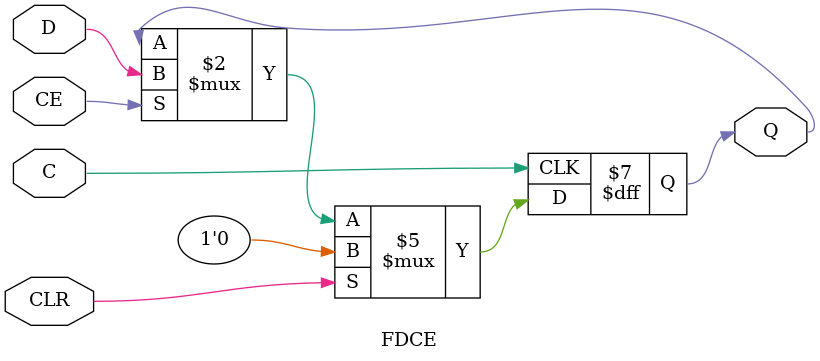
<source format=v>
module FDCE #(
  parameter INIT = 1'b0
) (
   output reg  Q,
   input  wire C,
   input  wire CE,
   input  wire CLR,
   input  wire D
);

always @ (posedge C) begin
  if (CLR)
    Q <= INIT;
  else if (CE)
    Q <= D;
end

endmodule

</source>
